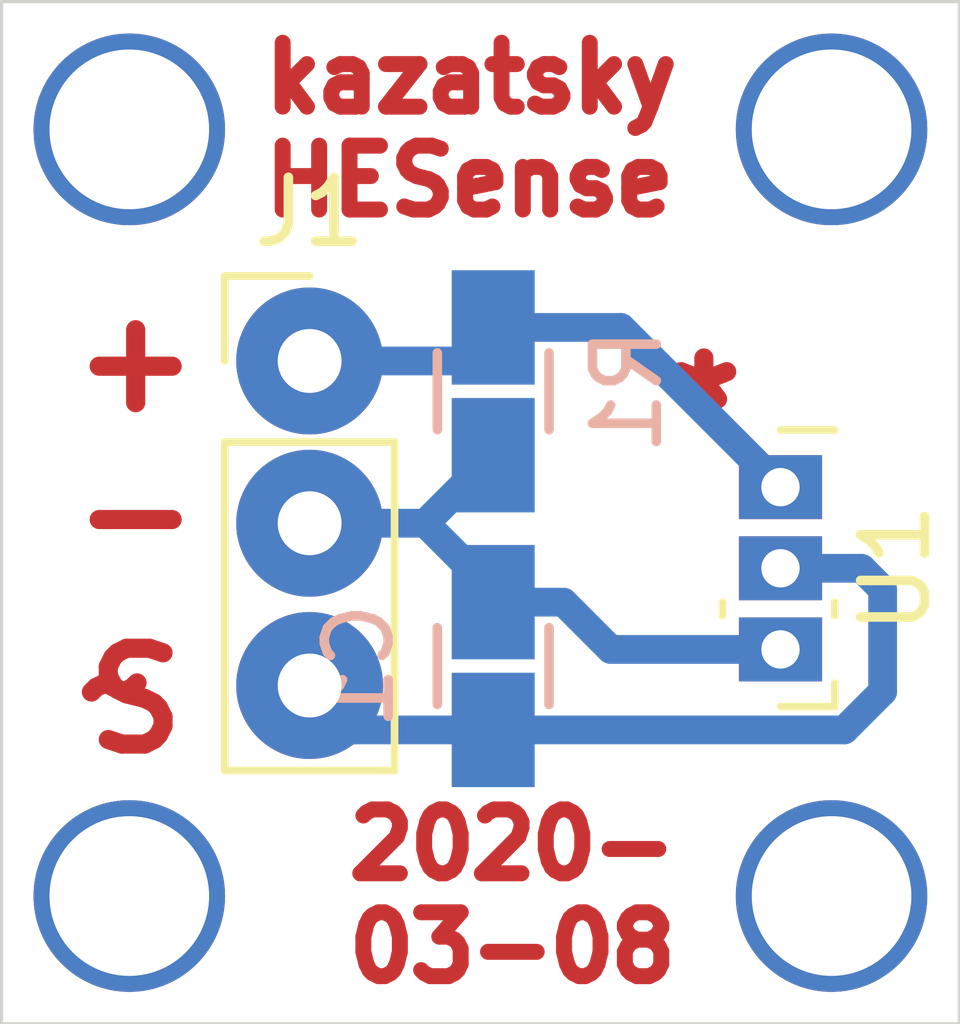
<source format=kicad_pcb>
(kicad_pcb (version 20221018) (generator pcbnew)
  (layers (0 "F.Cu" signal) (31 "B.Cu" signal) (34 "B.Paste" user) (35 "F.Paste" user) (36 "B.SilkS" user "B.Silkscreen") (37 "F.SilkS" user "F.Silkscreen") (38 "B.Mask" user) (39 "F.Mask" user) (44 "Edge.Cuts" user))
  (net 0 "")
  (net 1 "Net-(C1-Pad1)")
  (net 2 "Net-(C1-Pad2)")
  (net 3 "Net-(J1-Pad1)")
  (footprint "Connector_PinHeader_2.54mm:PinHeader_1x03_P2.54mm_Vertical" (layer "F.Cu") (at 43.825001 41.625001)
    (fp_text reference "J1" (at 0 -2.33) (layer "F.SilkS"))
    (fp_text value "HALL")
    (fp_line (start -1.33 -1.33) (end 0 -1.33) (stroke (width 0.12)) (layer "F.SilkS"))
    (fp_line (start -1.33 0) (end -1.33 -1.33) (stroke (width 0.12)) (layer "F.SilkS"))
    (fp_line (start -1.33 1.27) (end -1.33 6.41) (stroke (width 0.12)) (layer "F.SilkS"))
    (fp_line (start -1.33 1.27) (end 1.33 1.27) (stroke (width 0.12)) (layer "F.SilkS"))
    (fp_line (start -1.33 6.41) (end 1.33 6.41) (stroke (width 0.12)) (layer "F.SilkS"))
    (fp_line (start 1.33 1.27) (end 1.33 6.41) (stroke (width 0.12)) (layer "F.SilkS"))
    (pad "1" thru_hole circle (at 0 0) (size 2.3 2.3) (drill 1) (layers "*.Cu" "*.Mask") (net 3 "Net-(J1-Pad1)"))
    (pad "2" thru_hole circle (at 0 2.54) (size 2.3 2.3) (drill 1) (layers "*.Cu" "*.Mask") (net 1 "Net-(C1-Pad1)"))
    (pad "3" thru_hole circle (at 0 5.08) (size 2.3 2.3) (drill 1) (layers "*.Cu" "*.Mask") (net 2 "Net-(C1-Pad2)"))
  )
  (footprint "Sensor_Current:Allegro_SIP-3" (layer "F.Cu") (at 51.2 43.6 -90)
    (fp_text reference "U1" (at 1.27 -1.8 90) (layer "F.SilkS"))
    (fp_text value "A1369xUA-10")
    (fp_line (start -0.895 0) (end -0.895 -0.85) (stroke (width 0.12)) (layer "F.SilkS"))
    (fp_line (start 2.01 -0.85) (end 1.8 -0.85) (stroke (width 0.12)) (layer "F.SilkS"))
    (fp_line (start 2.01 0.91) (end 1.8 0.91) (stroke (width 0.12)) (layer "F.SilkS"))
    (fp_line (start 3.435 -0.85) (end 3.07 -0.85) (stroke (width 0.12)) (layer "F.SilkS"))
    (fp_line (start 3.435 -0.85) (end 3.435 0) (stroke (width 0.12)) (layer "F.SilkS"))
    (pad "1" thru_hole rect (at 0 0 270) (size 1 1.3) (drill 0.6) (layers "*.Cu" "*.Mask") (net 3 "Net-(J1-Pad1)"))
    (pad "2" thru_hole rect (at 1.27 0 270) (size 1 1.3) (drill 0.6) (layers "*.Cu" "*.Mask") (net 2 "Net-(C1-Pad2)"))
    (pad "3" thru_hole rect (at 2.54 0 270) (size 1 1.3) (drill 0.6) (layers "*.Cu" "*.Mask") (net 1 "Net-(C1-Pad1)"))
  )
  (footprint "coddingtonbear:0805_Milling" (layer "B.Cu") (at 46.7 46.4 -90)
    (fp_text reference "C1" (at 0 2.1 270) (layer "B.SilkS") (effects (justify mirror)))
    (fp_text value "20p")
    (fp_line (start -0.6 0.875) (end 0.6 0.875) (stroke (width 0.15)) (layer "B.SilkS"))
    (fp_line (start 0.6 -0.875) (end -0.6 -0.875) (stroke (width 0.15)) (layer "B.SilkS"))
    (pad "1" smd rect (at -1 0 270) (size 1.79 1.3) (layers "B.Cu" "B.Paste" "B.Mask") (net 1 "Net-(C1-Pad1)"))
    (pad "2" smd rect (at 1 0 270) (size 1.79 1.3) (layers "B.Cu" "B.Paste" "B.Mask") (net 2 "Net-(C1-Pad2)"))
  )
  (footprint "coddingtonbear:0805_Milling" (layer "B.Cu") (at 46.7 42.1 90)
    (fp_text reference "R1" (at 0 2.1 270) (layer "B.SilkS") (effects (justify mirror)))
    (fp_text value "1k")
    (fp_line (start -0.6 0.875) (end 0.6 0.875) (stroke (width 0.15)) (layer "B.SilkS"))
    (fp_line (start 0.6 -0.875) (end -0.6 -0.875) (stroke (width 0.15)) (layer "B.SilkS"))
    (pad "1" smd rect (at -1 0 90) (size 1.79 1.3) (layers "B.Cu" "B.Paste" "B.Mask") (net 1 "Net-(C1-Pad1)"))
    (pad "2" smd rect (at 1 0 90) (size 1.79 1.3) (layers "B.Cu" "B.Paste" "B.Mask") (net 3 "Net-(J1-Pad1)"))
  )
  (gr_line (start 39 52) (end 39 36) (stroke (width 0.05)) (layer "Edge.Cuts"))
  (gr_line (start 39 36) (end 54 36) (stroke (width 0.05)) (layer "Edge.Cuts"))
  (gr_line (start 54 36) (end 54 52) (stroke (width 0.05)) (layer "Edge.Cuts"))
  (gr_line (start 54 52) (end 39 52) (stroke (width 0.05)) (layer "Edge.Cuts"))
  (gr_text "kazatsky\nHESense" (at 43 38) (layer "F.Cu") (effects (font (size 1 1) (thickness 0.25)) (justify left)))
  (gr_text "-" (at 41.1 44) (layer "F.Cu") (effects (font (size 1.5 1.5) (thickness 0.3))))
  (gr_text "S" (at 41.1 46.8 180) (layer "F.Cu") (effects (font (size 1.5 1.5) (thickness 0.3))))
  (gr_text "~" (at 40.8 46.7) (layer "F.Cu") (effects (font (size 1.5 1.5) (thickness 0.3))))
  (gr_text "*" (at 50 42.4) (layer "F.Cu") (effects (font (size 1.5 1.5) (thickness 0.3))))
  (gr_text "+" (at 41.1 41.6) (layer "F.Cu") (effects (font (size 1.5 1.5) (thickness 0.3))))
  (gr_text "2020-\n03-08" (at 47 50) (layer "F.Cu") (effects (font (size 1 1) (thickness 0.25))))
  (via (at 52 50) (size 3) (drill 2.5) (layers "F.Cu" "B.Cu") (net 0))
  (via (at 41 50) (size 3) (drill 2.5) (layers "F.Cu" "B.Cu") (net 0))
  (via (at 52 38) (size 3) (drill 2.5) (layers "F.Cu" "B.Cu") (net 0))
  (via (at 41 38) (size 3) (drill 2.5) (layers "F.Cu" "B.Cu") (net 0))
  (segment (start 45.634999 44.165001) (end 46.7 43.1) (width 0.45) (layer "B.Cu") (net 1))
  (segment (start 48.54 46.14) (end 51.2 46.14) (width 0.45) (layer "B.Cu") (net 1))
  (segment (start 46.7 45.230002) (end 45.634999 44.165001) (width 0.45) (layer "B.Cu") (net 1))
  (segment (start 47.8 45.4) (end 48.54 46.14) (width 0.45) (layer "B.Cu") (net 1))
  (segment (start 43.825001 44.165001) (end 45.634999 44.165001) (width 0.45) (layer "B.Cu") (net 1))
  (segment (start 46.7 45.4) (end 46.7 45.230002) (width 0.45) (layer "B.Cu") (net 1))
  (segment (start 46.7 45.4) (end 47.8 45.4) (width 0.45) (layer "B.Cu") (net 1))
  (segment (start 44.52 47.4) (end 46.7 47.4) (width 0.45) (layer "B.Cu") (net 2))
  (segment (start 46.7 47.4) (end 52.2 47.4) (width 0.45) (layer "B.Cu") (net 2))
  (segment (start 52.8 45.2) (end 52.47 44.87) (width 0.45) (layer "B.Cu") (net 2))
  (segment (start 52.8 46.8) (end 52.8 45.2) (width 0.45) (layer "B.Cu") (net 2))
  (segment (start 43.825001 46.705001) (end 44.52 47.4) (width 0.45) (layer "B.Cu") (net 2))
  (segment (start 52.2 47.4) (end 52.8 46.8) (width 0.45) (layer "B.Cu") (net 2))
  (segment (start 52.47 44.87) (end 51.2 44.87) (width 0.45) (layer "B.Cu") (net 2))
  (segment (start 43.825001 41.625001) (end 46.174999 41.625001) (width 0.45) (layer "B.Cu") (net 3))
  (segment (start 46.7 41.1) (end 48.7 41.1) (width 0.45) (layer "B.Cu") (net 3))
  (segment (start 46.174999 41.625001) (end 46.7 41.1) (width 0.45) (layer "B.Cu") (net 3))
  (segment (start 48.7 41.1) (end 51.2 43.6) (width 0.45) (layer "B.Cu") (net 3))
)
</source>
